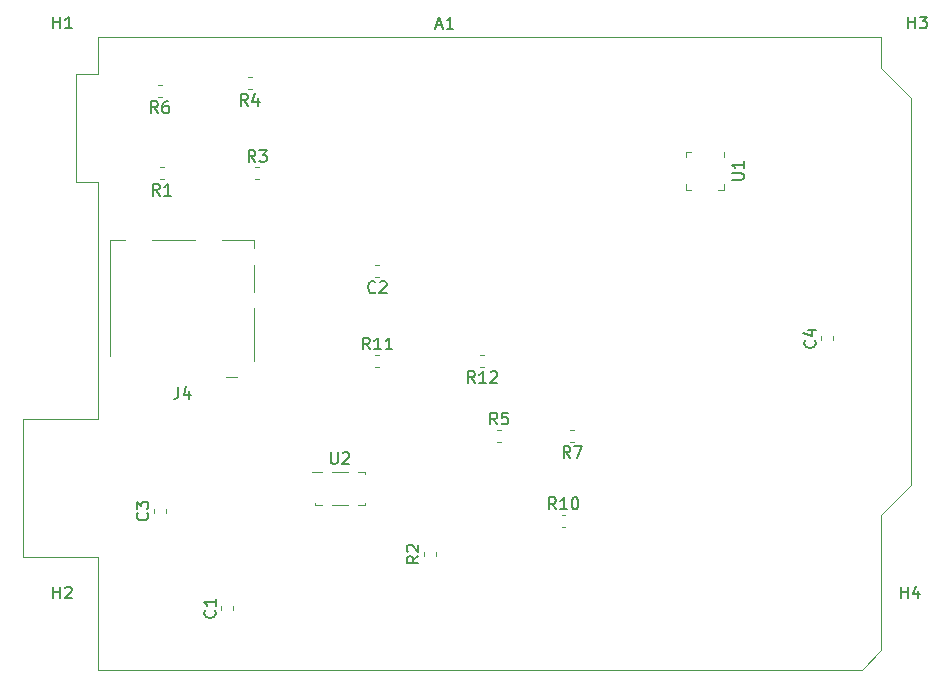
<source format=gto>
G04 #@! TF.GenerationSoftware,KiCad,Pcbnew,(5.1.5)-3*
G04 #@! TF.CreationDate,2020-03-03T13:48:05-08:00*
G04 #@! TF.ProjectId,capstonemki,63617073-746f-46e6-956d-6b692e6b6963,rev?*
G04 #@! TF.SameCoordinates,Original*
G04 #@! TF.FileFunction,Legend,Top*
G04 #@! TF.FilePolarity,Positive*
%FSLAX46Y46*%
G04 Gerber Fmt 4.6, Leading zero omitted, Abs format (unit mm)*
G04 Created by KiCad (PCBNEW (5.1.5)-3) date 2020-03-03 13:48:05*
%MOMM*%
%LPD*%
G04 APERTURE LIST*
%ADD10C,0.120000*%
%ADD11C,0.150000*%
G04 APERTURE END LIST*
D10*
X87505000Y-50962779D02*
X87505000Y-50637221D01*
X86485000Y-50962779D02*
X86485000Y-50637221D01*
X78235000Y-35485000D02*
X78235000Y-35010000D01*
X75015000Y-38230000D02*
X75490000Y-38230000D01*
X75015000Y-37755000D02*
X75015000Y-38230000D01*
X75015000Y-35010000D02*
X75490000Y-35010000D01*
X75015000Y-35485000D02*
X75015000Y-35010000D01*
X78235000Y-38230000D02*
X77760000Y-38230000D01*
X78235000Y-37755000D02*
X78235000Y-38230000D01*
X38455000Y-52710000D02*
X38455000Y-48260000D01*
X38455000Y-46860000D02*
X38455000Y-44560000D01*
X38455000Y-43160000D02*
X38455000Y-42440000D01*
X38455000Y-42440000D02*
X35775000Y-42440000D01*
X33475000Y-42440000D02*
X29805000Y-42440000D01*
X27505000Y-42440000D02*
X26275000Y-42440000D01*
X26275000Y-42440000D02*
X26275000Y-52260000D01*
X36975000Y-54080000D02*
X36115000Y-54080000D01*
X30642779Y-29335000D02*
X30317221Y-29335000D01*
X30642779Y-30355000D02*
X30317221Y-30355000D01*
X57947779Y-52195000D02*
X57622221Y-52195000D01*
X57947779Y-53215000D02*
X57622221Y-53215000D01*
X48732221Y-53215000D02*
X49057779Y-53215000D01*
X48732221Y-52195000D02*
X49057779Y-52195000D01*
X49057779Y-44575000D02*
X48732221Y-44575000D01*
X49057779Y-45595000D02*
X48732221Y-45595000D01*
X64492221Y-66750000D02*
X64817779Y-66750000D01*
X64492221Y-65730000D02*
X64817779Y-65730000D01*
X30990000Y-65567779D02*
X30990000Y-65242221D01*
X29970000Y-65567779D02*
X29970000Y-65242221D01*
X36705000Y-73822779D02*
X36705000Y-73497221D01*
X35685000Y-73822779D02*
X35685000Y-73497221D01*
X65567779Y-58545000D02*
X65242221Y-58545000D01*
X65567779Y-59565000D02*
X65242221Y-59565000D01*
X59044721Y-59565000D02*
X59370279Y-59565000D01*
X59044721Y-58545000D02*
X59370279Y-58545000D01*
X38262779Y-28700000D02*
X37937221Y-28700000D01*
X38262779Y-29720000D02*
X37937221Y-29720000D01*
X38572221Y-37340000D02*
X38897779Y-37340000D01*
X38572221Y-36320000D02*
X38897779Y-36320000D01*
X53850000Y-69225279D02*
X53850000Y-68899721D01*
X52830000Y-69225279D02*
X52830000Y-68899721D01*
X30795279Y-36320000D02*
X30469721Y-36320000D01*
X30795279Y-37340000D02*
X30469721Y-37340000D01*
X91570000Y-65790000D02*
X94110000Y-63250000D01*
X91570000Y-77220000D02*
X91570000Y-65790000D01*
X89920000Y-78870000D02*
X91570000Y-77220000D01*
X25270000Y-78870000D02*
X89920000Y-78870000D01*
X25270000Y-69340000D02*
X25270000Y-78870000D01*
X18920000Y-69340000D02*
X25270000Y-69340000D01*
X18920000Y-57660000D02*
X18920000Y-69340000D01*
X25270000Y-57660000D02*
X18920000Y-57660000D01*
X25270000Y-37590000D02*
X25270000Y-57660000D01*
X23370000Y-37590000D02*
X25270000Y-37590000D01*
X23370000Y-28450000D02*
X23370000Y-37590000D01*
X25270000Y-28450000D02*
X23370000Y-28450000D01*
X25270000Y-25270000D02*
X25270000Y-28450000D01*
X91570000Y-25270000D02*
X25270000Y-25270000D01*
X91570000Y-27940000D02*
X91570000Y-25270000D01*
X94110000Y-30480000D02*
X91570000Y-27940000D01*
X94110000Y-63250000D02*
X94110000Y-30480000D01*
X47820000Y-62100000D02*
X47820000Y-62250000D01*
X43620000Y-64900000D02*
X43620000Y-64750000D01*
X44220000Y-64900000D02*
X43620000Y-64900000D01*
X46420000Y-62100000D02*
X45020000Y-62100000D01*
X46420000Y-64900000D02*
X45020000Y-64900000D01*
X47220000Y-62100000D02*
X47820000Y-62100000D01*
X47820000Y-64900000D02*
X47220000Y-64900000D01*
X44219299Y-62102607D02*
X43319299Y-62102607D01*
X47820000Y-64900000D02*
X47820000Y-64750000D01*
D11*
X93218095Y-72817380D02*
X93218095Y-71817380D01*
X93218095Y-72293571D02*
X93789523Y-72293571D01*
X93789523Y-72817380D02*
X93789523Y-71817380D01*
X94694285Y-72150714D02*
X94694285Y-72817380D01*
X94456190Y-71769761D02*
X94218095Y-72484047D01*
X94837142Y-72484047D01*
X93853095Y-24557380D02*
X93853095Y-23557380D01*
X93853095Y-24033571D02*
X94424523Y-24033571D01*
X94424523Y-24557380D02*
X94424523Y-23557380D01*
X94805476Y-23557380D02*
X95424523Y-23557380D01*
X95091190Y-23938333D01*
X95234047Y-23938333D01*
X95329285Y-23985952D01*
X95376904Y-24033571D01*
X95424523Y-24128809D01*
X95424523Y-24366904D01*
X95376904Y-24462142D01*
X95329285Y-24509761D01*
X95234047Y-24557380D01*
X94948333Y-24557380D01*
X94853095Y-24509761D01*
X94805476Y-24462142D01*
X21463095Y-72817380D02*
X21463095Y-71817380D01*
X21463095Y-72293571D02*
X22034523Y-72293571D01*
X22034523Y-72817380D02*
X22034523Y-71817380D01*
X22463095Y-71912619D02*
X22510714Y-71865000D01*
X22605952Y-71817380D01*
X22844047Y-71817380D01*
X22939285Y-71865000D01*
X22986904Y-71912619D01*
X23034523Y-72007857D01*
X23034523Y-72103095D01*
X22986904Y-72245952D01*
X22415476Y-72817380D01*
X23034523Y-72817380D01*
X21463095Y-24557380D02*
X21463095Y-23557380D01*
X21463095Y-24033571D02*
X22034523Y-24033571D01*
X22034523Y-24557380D02*
X22034523Y-23557380D01*
X23034523Y-24557380D02*
X22463095Y-24557380D01*
X22748809Y-24557380D02*
X22748809Y-23557380D01*
X22653571Y-23700238D01*
X22558333Y-23795476D01*
X22463095Y-23843095D01*
X85922142Y-50966666D02*
X85969761Y-51014285D01*
X86017380Y-51157142D01*
X86017380Y-51252380D01*
X85969761Y-51395238D01*
X85874523Y-51490476D01*
X85779285Y-51538095D01*
X85588809Y-51585714D01*
X85445952Y-51585714D01*
X85255476Y-51538095D01*
X85160238Y-51490476D01*
X85065000Y-51395238D01*
X85017380Y-51252380D01*
X85017380Y-51157142D01*
X85065000Y-51014285D01*
X85112619Y-50966666D01*
X85350714Y-50109523D02*
X86017380Y-50109523D01*
X84969761Y-50347619D02*
X85684047Y-50585714D01*
X85684047Y-49966666D01*
X78897380Y-37381904D02*
X79706904Y-37381904D01*
X79802142Y-37334285D01*
X79849761Y-37286666D01*
X79897380Y-37191428D01*
X79897380Y-37000952D01*
X79849761Y-36905714D01*
X79802142Y-36858095D01*
X79706904Y-36810476D01*
X78897380Y-36810476D01*
X79897380Y-35810476D02*
X79897380Y-36381904D01*
X79897380Y-36096190D02*
X78897380Y-36096190D01*
X79040238Y-36191428D01*
X79135476Y-36286666D01*
X79183095Y-36381904D01*
X32051666Y-54892380D02*
X32051666Y-55606666D01*
X32004047Y-55749523D01*
X31908809Y-55844761D01*
X31765952Y-55892380D01*
X31670714Y-55892380D01*
X32956428Y-55225714D02*
X32956428Y-55892380D01*
X32718333Y-54844761D02*
X32480238Y-55559047D01*
X33099285Y-55559047D01*
X30313333Y-31727380D02*
X29980000Y-31251190D01*
X29741904Y-31727380D02*
X29741904Y-30727380D01*
X30122857Y-30727380D01*
X30218095Y-30775000D01*
X30265714Y-30822619D01*
X30313333Y-30917857D01*
X30313333Y-31060714D01*
X30265714Y-31155952D01*
X30218095Y-31203571D01*
X30122857Y-31251190D01*
X29741904Y-31251190D01*
X31170476Y-30727380D02*
X30980000Y-30727380D01*
X30884761Y-30775000D01*
X30837142Y-30822619D01*
X30741904Y-30965476D01*
X30694285Y-31155952D01*
X30694285Y-31536904D01*
X30741904Y-31632142D01*
X30789523Y-31679761D01*
X30884761Y-31727380D01*
X31075238Y-31727380D01*
X31170476Y-31679761D01*
X31218095Y-31632142D01*
X31265714Y-31536904D01*
X31265714Y-31298809D01*
X31218095Y-31203571D01*
X31170476Y-31155952D01*
X31075238Y-31108333D01*
X30884761Y-31108333D01*
X30789523Y-31155952D01*
X30741904Y-31203571D01*
X30694285Y-31298809D01*
X57142142Y-54587380D02*
X56808809Y-54111190D01*
X56570714Y-54587380D02*
X56570714Y-53587380D01*
X56951666Y-53587380D01*
X57046904Y-53635000D01*
X57094523Y-53682619D01*
X57142142Y-53777857D01*
X57142142Y-53920714D01*
X57094523Y-54015952D01*
X57046904Y-54063571D01*
X56951666Y-54111190D01*
X56570714Y-54111190D01*
X58094523Y-54587380D02*
X57523095Y-54587380D01*
X57808809Y-54587380D02*
X57808809Y-53587380D01*
X57713571Y-53730238D01*
X57618333Y-53825476D01*
X57523095Y-53873095D01*
X58475476Y-53682619D02*
X58523095Y-53635000D01*
X58618333Y-53587380D01*
X58856428Y-53587380D01*
X58951666Y-53635000D01*
X58999285Y-53682619D01*
X59046904Y-53777857D01*
X59046904Y-53873095D01*
X58999285Y-54015952D01*
X58427857Y-54587380D01*
X59046904Y-54587380D01*
X48252142Y-51727380D02*
X47918809Y-51251190D01*
X47680714Y-51727380D02*
X47680714Y-50727380D01*
X48061666Y-50727380D01*
X48156904Y-50775000D01*
X48204523Y-50822619D01*
X48252142Y-50917857D01*
X48252142Y-51060714D01*
X48204523Y-51155952D01*
X48156904Y-51203571D01*
X48061666Y-51251190D01*
X47680714Y-51251190D01*
X49204523Y-51727380D02*
X48633095Y-51727380D01*
X48918809Y-51727380D02*
X48918809Y-50727380D01*
X48823571Y-50870238D01*
X48728333Y-50965476D01*
X48633095Y-51013095D01*
X50156904Y-51727380D02*
X49585476Y-51727380D01*
X49871190Y-51727380D02*
X49871190Y-50727380D01*
X49775952Y-50870238D01*
X49680714Y-50965476D01*
X49585476Y-51013095D01*
X48728333Y-46872142D02*
X48680714Y-46919761D01*
X48537857Y-46967380D01*
X48442619Y-46967380D01*
X48299761Y-46919761D01*
X48204523Y-46824523D01*
X48156904Y-46729285D01*
X48109285Y-46538809D01*
X48109285Y-46395952D01*
X48156904Y-46205476D01*
X48204523Y-46110238D01*
X48299761Y-46015000D01*
X48442619Y-45967380D01*
X48537857Y-45967380D01*
X48680714Y-46015000D01*
X48728333Y-46062619D01*
X49109285Y-46062619D02*
X49156904Y-46015000D01*
X49252142Y-45967380D01*
X49490238Y-45967380D01*
X49585476Y-46015000D01*
X49633095Y-46062619D01*
X49680714Y-46157857D01*
X49680714Y-46253095D01*
X49633095Y-46395952D01*
X49061666Y-46967380D01*
X49680714Y-46967380D01*
X64012142Y-65262380D02*
X63678809Y-64786190D01*
X63440714Y-65262380D02*
X63440714Y-64262380D01*
X63821666Y-64262380D01*
X63916904Y-64310000D01*
X63964523Y-64357619D01*
X64012142Y-64452857D01*
X64012142Y-64595714D01*
X63964523Y-64690952D01*
X63916904Y-64738571D01*
X63821666Y-64786190D01*
X63440714Y-64786190D01*
X64964523Y-65262380D02*
X64393095Y-65262380D01*
X64678809Y-65262380D02*
X64678809Y-64262380D01*
X64583571Y-64405238D01*
X64488333Y-64500476D01*
X64393095Y-64548095D01*
X65583571Y-64262380D02*
X65678809Y-64262380D01*
X65774047Y-64310000D01*
X65821666Y-64357619D01*
X65869285Y-64452857D01*
X65916904Y-64643333D01*
X65916904Y-64881428D01*
X65869285Y-65071904D01*
X65821666Y-65167142D01*
X65774047Y-65214761D01*
X65678809Y-65262380D01*
X65583571Y-65262380D01*
X65488333Y-65214761D01*
X65440714Y-65167142D01*
X65393095Y-65071904D01*
X65345476Y-64881428D01*
X65345476Y-64643333D01*
X65393095Y-64452857D01*
X65440714Y-64357619D01*
X65488333Y-64310000D01*
X65583571Y-64262380D01*
X29407142Y-65571666D02*
X29454761Y-65619285D01*
X29502380Y-65762142D01*
X29502380Y-65857380D01*
X29454761Y-66000238D01*
X29359523Y-66095476D01*
X29264285Y-66143095D01*
X29073809Y-66190714D01*
X28930952Y-66190714D01*
X28740476Y-66143095D01*
X28645238Y-66095476D01*
X28550000Y-66000238D01*
X28502380Y-65857380D01*
X28502380Y-65762142D01*
X28550000Y-65619285D01*
X28597619Y-65571666D01*
X28502380Y-65238333D02*
X28502380Y-64619285D01*
X28883333Y-64952619D01*
X28883333Y-64809761D01*
X28930952Y-64714523D01*
X28978571Y-64666904D01*
X29073809Y-64619285D01*
X29311904Y-64619285D01*
X29407142Y-64666904D01*
X29454761Y-64714523D01*
X29502380Y-64809761D01*
X29502380Y-65095476D01*
X29454761Y-65190714D01*
X29407142Y-65238333D01*
X35122142Y-73826666D02*
X35169761Y-73874285D01*
X35217380Y-74017142D01*
X35217380Y-74112380D01*
X35169761Y-74255238D01*
X35074523Y-74350476D01*
X34979285Y-74398095D01*
X34788809Y-74445714D01*
X34645952Y-74445714D01*
X34455476Y-74398095D01*
X34360238Y-74350476D01*
X34265000Y-74255238D01*
X34217380Y-74112380D01*
X34217380Y-74017142D01*
X34265000Y-73874285D01*
X34312619Y-73826666D01*
X35217380Y-72874285D02*
X35217380Y-73445714D01*
X35217380Y-73160000D02*
X34217380Y-73160000D01*
X34360238Y-73255238D01*
X34455476Y-73350476D01*
X34503095Y-73445714D01*
X65238333Y-60937380D02*
X64905000Y-60461190D01*
X64666904Y-60937380D02*
X64666904Y-59937380D01*
X65047857Y-59937380D01*
X65143095Y-59985000D01*
X65190714Y-60032619D01*
X65238333Y-60127857D01*
X65238333Y-60270714D01*
X65190714Y-60365952D01*
X65143095Y-60413571D01*
X65047857Y-60461190D01*
X64666904Y-60461190D01*
X65571666Y-59937380D02*
X66238333Y-59937380D01*
X65809761Y-60937380D01*
X59040833Y-58077380D02*
X58707500Y-57601190D01*
X58469404Y-58077380D02*
X58469404Y-57077380D01*
X58850357Y-57077380D01*
X58945595Y-57125000D01*
X58993214Y-57172619D01*
X59040833Y-57267857D01*
X59040833Y-57410714D01*
X58993214Y-57505952D01*
X58945595Y-57553571D01*
X58850357Y-57601190D01*
X58469404Y-57601190D01*
X59945595Y-57077380D02*
X59469404Y-57077380D01*
X59421785Y-57553571D01*
X59469404Y-57505952D01*
X59564642Y-57458333D01*
X59802738Y-57458333D01*
X59897976Y-57505952D01*
X59945595Y-57553571D01*
X59993214Y-57648809D01*
X59993214Y-57886904D01*
X59945595Y-57982142D01*
X59897976Y-58029761D01*
X59802738Y-58077380D01*
X59564642Y-58077380D01*
X59469404Y-58029761D01*
X59421785Y-57982142D01*
X37933333Y-31092380D02*
X37600000Y-30616190D01*
X37361904Y-31092380D02*
X37361904Y-30092380D01*
X37742857Y-30092380D01*
X37838095Y-30140000D01*
X37885714Y-30187619D01*
X37933333Y-30282857D01*
X37933333Y-30425714D01*
X37885714Y-30520952D01*
X37838095Y-30568571D01*
X37742857Y-30616190D01*
X37361904Y-30616190D01*
X38790476Y-30425714D02*
X38790476Y-31092380D01*
X38552380Y-30044761D02*
X38314285Y-30759047D01*
X38933333Y-30759047D01*
X38568333Y-35852380D02*
X38235000Y-35376190D01*
X37996904Y-35852380D02*
X37996904Y-34852380D01*
X38377857Y-34852380D01*
X38473095Y-34900000D01*
X38520714Y-34947619D01*
X38568333Y-35042857D01*
X38568333Y-35185714D01*
X38520714Y-35280952D01*
X38473095Y-35328571D01*
X38377857Y-35376190D01*
X37996904Y-35376190D01*
X38901666Y-34852380D02*
X39520714Y-34852380D01*
X39187380Y-35233333D01*
X39330238Y-35233333D01*
X39425476Y-35280952D01*
X39473095Y-35328571D01*
X39520714Y-35423809D01*
X39520714Y-35661904D01*
X39473095Y-35757142D01*
X39425476Y-35804761D01*
X39330238Y-35852380D01*
X39044523Y-35852380D01*
X38949285Y-35804761D01*
X38901666Y-35757142D01*
X52362380Y-69229166D02*
X51886190Y-69562500D01*
X52362380Y-69800595D02*
X51362380Y-69800595D01*
X51362380Y-69419642D01*
X51410000Y-69324404D01*
X51457619Y-69276785D01*
X51552857Y-69229166D01*
X51695714Y-69229166D01*
X51790952Y-69276785D01*
X51838571Y-69324404D01*
X51886190Y-69419642D01*
X51886190Y-69800595D01*
X51457619Y-68848214D02*
X51410000Y-68800595D01*
X51362380Y-68705357D01*
X51362380Y-68467261D01*
X51410000Y-68372023D01*
X51457619Y-68324404D01*
X51552857Y-68276785D01*
X51648095Y-68276785D01*
X51790952Y-68324404D01*
X52362380Y-68895833D01*
X52362380Y-68276785D01*
X30465833Y-38712380D02*
X30132500Y-38236190D01*
X29894404Y-38712380D02*
X29894404Y-37712380D01*
X30275357Y-37712380D01*
X30370595Y-37760000D01*
X30418214Y-37807619D01*
X30465833Y-37902857D01*
X30465833Y-38045714D01*
X30418214Y-38140952D01*
X30370595Y-38188571D01*
X30275357Y-38236190D01*
X29894404Y-38236190D01*
X31418214Y-38712380D02*
X30846785Y-38712380D01*
X31132500Y-38712380D02*
X31132500Y-37712380D01*
X31037261Y-37855238D01*
X30942023Y-37950476D01*
X30846785Y-37998095D01*
X53895714Y-24296666D02*
X54371904Y-24296666D01*
X53800476Y-24582380D02*
X54133809Y-23582380D01*
X54467142Y-24582380D01*
X55324285Y-24582380D02*
X54752857Y-24582380D01*
X55038571Y-24582380D02*
X55038571Y-23582380D01*
X54943333Y-23725238D01*
X54848095Y-23820476D01*
X54752857Y-23868095D01*
X44957394Y-60434987D02*
X44957394Y-61244511D01*
X45005013Y-61339749D01*
X45052632Y-61387368D01*
X45147870Y-61434987D01*
X45338346Y-61434987D01*
X45433584Y-61387368D01*
X45481203Y-61339749D01*
X45528822Y-61244511D01*
X45528822Y-60434987D01*
X45957394Y-60530226D02*
X46005013Y-60482607D01*
X46100251Y-60434987D01*
X46338346Y-60434987D01*
X46433584Y-60482607D01*
X46481203Y-60530226D01*
X46528822Y-60625464D01*
X46528822Y-60720702D01*
X46481203Y-60863559D01*
X45909775Y-61434987D01*
X46528822Y-61434987D01*
M02*

</source>
